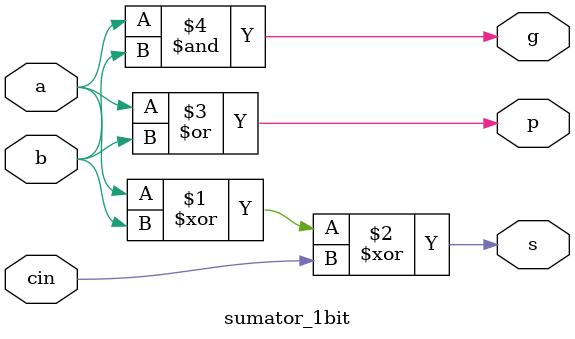
<source format=v>
`timescale 1ns / 1ps


module sumator_1bit(
    input a, b, cin,
    output s, p, g
    );
    
assign s = (a ^ b) ^ cin;
assign p = a | b;
assign g = a & b; 

endmodule

</source>
